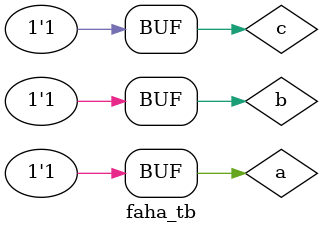
<source format=v>
`timescale 1ns/100ps

module faha_tb;
reg a,b,c;
wire sum,carry;

fa_using_ha uut(.a(a),.b(b),.c(c),.sum(sum),.carry(carry));

initial begin 

a=0;b=0;c=0;#10;
a=0;b=0;c=1;#10;
a=0;b=1;c=0;#10;
a=0;b=1;c=1;#10;
a=1;b=0;c=0;#10;
a=1;b=0;c=1;#10;
a=1;b=1;c=0;#10;
a=1;b=1;c=1;#10;

end
endmodule

</source>
